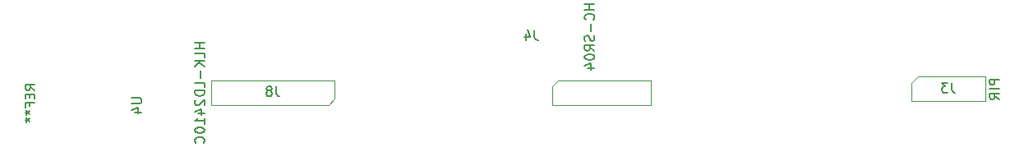
<source format=gbr>
%TF.GenerationSoftware,KiCad,Pcbnew,(7.0.0-0)*%
%TF.CreationDate,2024-05-26T10:43:26+02:00*%
%TF.ProjectId,SwitchFoil,53776974-6368-4466-9f69-6c2e6b696361,rev?*%
%TF.SameCoordinates,Original*%
%TF.FileFunction,AssemblyDrawing,Bot*%
%FSLAX46Y46*%
G04 Gerber Fmt 4.6, Leading zero omitted, Abs format (unit mm)*
G04 Created by KiCad (PCBNEW (7.0.0-0)) date 2024-05-26 10:43:26*
%MOMM*%
%LPD*%
G01*
G04 APERTURE LIST*
%ADD10C,0.150000*%
%ADD11C,0.100000*%
G04 APERTURE END LIST*
D10*
%TO.C,J4*%
X158267380Y-50550570D02*
X157267380Y-50550570D01*
X157743571Y-50550570D02*
X157743571Y-51121998D01*
X158267380Y-51121998D02*
X157267380Y-51121998D01*
X158172142Y-52169617D02*
X158219761Y-52121998D01*
X158219761Y-52121998D02*
X158267380Y-51979141D01*
X158267380Y-51979141D02*
X158267380Y-51883903D01*
X158267380Y-51883903D02*
X158219761Y-51741046D01*
X158219761Y-51741046D02*
X158124523Y-51645808D01*
X158124523Y-51645808D02*
X158029285Y-51598189D01*
X158029285Y-51598189D02*
X157838809Y-51550570D01*
X157838809Y-51550570D02*
X157695952Y-51550570D01*
X157695952Y-51550570D02*
X157505476Y-51598189D01*
X157505476Y-51598189D02*
X157410238Y-51645808D01*
X157410238Y-51645808D02*
X157315000Y-51741046D01*
X157315000Y-51741046D02*
X157267380Y-51883903D01*
X157267380Y-51883903D02*
X157267380Y-51979141D01*
X157267380Y-51979141D02*
X157315000Y-52121998D01*
X157315000Y-52121998D02*
X157362619Y-52169617D01*
X157886428Y-52598189D02*
X157886428Y-53360094D01*
X158219761Y-53788665D02*
X158267380Y-53931522D01*
X158267380Y-53931522D02*
X158267380Y-54169617D01*
X158267380Y-54169617D02*
X158219761Y-54264855D01*
X158219761Y-54264855D02*
X158172142Y-54312474D01*
X158172142Y-54312474D02*
X158076904Y-54360093D01*
X158076904Y-54360093D02*
X157981666Y-54360093D01*
X157981666Y-54360093D02*
X157886428Y-54312474D01*
X157886428Y-54312474D02*
X157838809Y-54264855D01*
X157838809Y-54264855D02*
X157791190Y-54169617D01*
X157791190Y-54169617D02*
X157743571Y-53979141D01*
X157743571Y-53979141D02*
X157695952Y-53883903D01*
X157695952Y-53883903D02*
X157648333Y-53836284D01*
X157648333Y-53836284D02*
X157553095Y-53788665D01*
X157553095Y-53788665D02*
X157457857Y-53788665D01*
X157457857Y-53788665D02*
X157362619Y-53836284D01*
X157362619Y-53836284D02*
X157315000Y-53883903D01*
X157315000Y-53883903D02*
X157267380Y-53979141D01*
X157267380Y-53979141D02*
X157267380Y-54217236D01*
X157267380Y-54217236D02*
X157315000Y-54360093D01*
X158267380Y-55360093D02*
X157791190Y-55026760D01*
X158267380Y-54788665D02*
X157267380Y-54788665D01*
X157267380Y-54788665D02*
X157267380Y-55169617D01*
X157267380Y-55169617D02*
X157315000Y-55264855D01*
X157315000Y-55264855D02*
X157362619Y-55312474D01*
X157362619Y-55312474D02*
X157457857Y-55360093D01*
X157457857Y-55360093D02*
X157600714Y-55360093D01*
X157600714Y-55360093D02*
X157695952Y-55312474D01*
X157695952Y-55312474D02*
X157743571Y-55264855D01*
X157743571Y-55264855D02*
X157791190Y-55169617D01*
X157791190Y-55169617D02*
X157791190Y-54788665D01*
X157267380Y-55979141D02*
X157267380Y-56074379D01*
X157267380Y-56074379D02*
X157315000Y-56169617D01*
X157315000Y-56169617D02*
X157362619Y-56217236D01*
X157362619Y-56217236D02*
X157457857Y-56264855D01*
X157457857Y-56264855D02*
X157648333Y-56312474D01*
X157648333Y-56312474D02*
X157886428Y-56312474D01*
X157886428Y-56312474D02*
X158076904Y-56264855D01*
X158076904Y-56264855D02*
X158172142Y-56217236D01*
X158172142Y-56217236D02*
X158219761Y-56169617D01*
X158219761Y-56169617D02*
X158267380Y-56074379D01*
X158267380Y-56074379D02*
X158267380Y-55979141D01*
X158267380Y-55979141D02*
X158219761Y-55883903D01*
X158219761Y-55883903D02*
X158172142Y-55836284D01*
X158172142Y-55836284D02*
X158076904Y-55788665D01*
X158076904Y-55788665D02*
X157886428Y-55741046D01*
X157886428Y-55741046D02*
X157648333Y-55741046D01*
X157648333Y-55741046D02*
X157457857Y-55788665D01*
X157457857Y-55788665D02*
X157362619Y-55836284D01*
X157362619Y-55836284D02*
X157315000Y-55883903D01*
X157315000Y-55883903D02*
X157267380Y-55979141D01*
X157600714Y-57169617D02*
X158267380Y-57169617D01*
X157219761Y-56931522D02*
X157934047Y-56693427D01*
X157934047Y-56693427D02*
X157934047Y-57312474D01*
X152093333Y-53251283D02*
X152093333Y-53965569D01*
X152093333Y-53965569D02*
X152140952Y-54108426D01*
X152140952Y-54108426D02*
X152236190Y-54203664D01*
X152236190Y-54203664D02*
X152379047Y-54251283D01*
X152379047Y-54251283D02*
X152474285Y-54251283D01*
X151188571Y-53584617D02*
X151188571Y-54251283D01*
X151426666Y-53203664D02*
X151664761Y-53917950D01*
X151664761Y-53917950D02*
X151045714Y-53917950D01*
%TO.C,U4*%
X110617380Y-60238095D02*
X111426904Y-60238095D01*
X111426904Y-60238095D02*
X111522142Y-60285714D01*
X111522142Y-60285714D02*
X111569761Y-60333333D01*
X111569761Y-60333333D02*
X111617380Y-60428571D01*
X111617380Y-60428571D02*
X111617380Y-60619047D01*
X111617380Y-60619047D02*
X111569761Y-60714285D01*
X111569761Y-60714285D02*
X111522142Y-60761904D01*
X111522142Y-60761904D02*
X111426904Y-60809523D01*
X111426904Y-60809523D02*
X110617380Y-60809523D01*
X110950714Y-61714285D02*
X111617380Y-61714285D01*
X110569761Y-61476190D02*
X111284047Y-61238095D01*
X111284047Y-61238095D02*
X111284047Y-61857142D01*
X100617380Y-59416666D02*
X100141190Y-59083333D01*
X100617380Y-58845238D02*
X99617380Y-58845238D01*
X99617380Y-58845238D02*
X99617380Y-59226190D01*
X99617380Y-59226190D02*
X99665000Y-59321428D01*
X99665000Y-59321428D02*
X99712619Y-59369047D01*
X99712619Y-59369047D02*
X99807857Y-59416666D01*
X99807857Y-59416666D02*
X99950714Y-59416666D01*
X99950714Y-59416666D02*
X100045952Y-59369047D01*
X100045952Y-59369047D02*
X100093571Y-59321428D01*
X100093571Y-59321428D02*
X100141190Y-59226190D01*
X100141190Y-59226190D02*
X100141190Y-58845238D01*
X100093571Y-59845238D02*
X100093571Y-60178571D01*
X100617380Y-60321428D02*
X100617380Y-59845238D01*
X100617380Y-59845238D02*
X99617380Y-59845238D01*
X99617380Y-59845238D02*
X99617380Y-60321428D01*
X100093571Y-61083333D02*
X100093571Y-60750000D01*
X100617380Y-60750000D02*
X99617380Y-60750000D01*
X99617380Y-60750000D02*
X99617380Y-61226190D01*
X99617380Y-61750000D02*
X99855476Y-61750000D01*
X99760238Y-61511905D02*
X99855476Y-61750000D01*
X99855476Y-61750000D02*
X99760238Y-61988095D01*
X100045952Y-61607143D02*
X99855476Y-61750000D01*
X99855476Y-61750000D02*
X100045952Y-61892857D01*
X99617380Y-62511905D02*
X99855476Y-62511905D01*
X99760238Y-62273810D02*
X99855476Y-62511905D01*
X99855476Y-62511905D02*
X99760238Y-62750000D01*
X100045952Y-62369048D02*
X99855476Y-62511905D01*
X99855476Y-62511905D02*
X100045952Y-62654762D01*
%TO.C,J8*%
X118100556Y-54574085D02*
X117100556Y-54574085D01*
X117576747Y-54574085D02*
X117576747Y-55145513D01*
X118100556Y-55145513D02*
X117100556Y-55145513D01*
X118100556Y-56097894D02*
X118100556Y-55621704D01*
X118100556Y-55621704D02*
X117100556Y-55621704D01*
X118100556Y-56431228D02*
X117100556Y-56431228D01*
X118100556Y-57002656D02*
X117529128Y-56574085D01*
X117100556Y-57002656D02*
X117671985Y-56431228D01*
X117719604Y-57431228D02*
X117719604Y-58193133D01*
X118100556Y-59145513D02*
X118100556Y-58669323D01*
X118100556Y-58669323D02*
X117100556Y-58669323D01*
X118100556Y-59478847D02*
X117100556Y-59478847D01*
X117100556Y-59478847D02*
X117100556Y-59716942D01*
X117100556Y-59716942D02*
X117148176Y-59859799D01*
X117148176Y-59859799D02*
X117243414Y-59955037D01*
X117243414Y-59955037D02*
X117338652Y-60002656D01*
X117338652Y-60002656D02*
X117529128Y-60050275D01*
X117529128Y-60050275D02*
X117671985Y-60050275D01*
X117671985Y-60050275D02*
X117862461Y-60002656D01*
X117862461Y-60002656D02*
X117957699Y-59955037D01*
X117957699Y-59955037D02*
X118052937Y-59859799D01*
X118052937Y-59859799D02*
X118100556Y-59716942D01*
X118100556Y-59716942D02*
X118100556Y-59478847D01*
X117195795Y-60431228D02*
X117148176Y-60478847D01*
X117148176Y-60478847D02*
X117100556Y-60574085D01*
X117100556Y-60574085D02*
X117100556Y-60812180D01*
X117100556Y-60812180D02*
X117148176Y-60907418D01*
X117148176Y-60907418D02*
X117195795Y-60955037D01*
X117195795Y-60955037D02*
X117291033Y-61002656D01*
X117291033Y-61002656D02*
X117386271Y-61002656D01*
X117386271Y-61002656D02*
X117529128Y-60955037D01*
X117529128Y-60955037D02*
X118100556Y-60383609D01*
X118100556Y-60383609D02*
X118100556Y-61002656D01*
X117433890Y-61859799D02*
X118100556Y-61859799D01*
X117052937Y-61621704D02*
X117767223Y-61383609D01*
X117767223Y-61383609D02*
X117767223Y-62002656D01*
X118100556Y-62907418D02*
X118100556Y-62335990D01*
X118100556Y-62621704D02*
X117100556Y-62621704D01*
X117100556Y-62621704D02*
X117243414Y-62526466D01*
X117243414Y-62526466D02*
X117338652Y-62431228D01*
X117338652Y-62431228D02*
X117386271Y-62335990D01*
X117100556Y-63526466D02*
X117100556Y-63621704D01*
X117100556Y-63621704D02*
X117148176Y-63716942D01*
X117148176Y-63716942D02*
X117195795Y-63764561D01*
X117195795Y-63764561D02*
X117291033Y-63812180D01*
X117291033Y-63812180D02*
X117481509Y-63859799D01*
X117481509Y-63859799D02*
X117719604Y-63859799D01*
X117719604Y-63859799D02*
X117910080Y-63812180D01*
X117910080Y-63812180D02*
X118005318Y-63764561D01*
X118005318Y-63764561D02*
X118052937Y-63716942D01*
X118052937Y-63716942D02*
X118100556Y-63621704D01*
X118100556Y-63621704D02*
X118100556Y-63526466D01*
X118100556Y-63526466D02*
X118052937Y-63431228D01*
X118052937Y-63431228D02*
X118005318Y-63383609D01*
X118005318Y-63383609D02*
X117910080Y-63335990D01*
X117910080Y-63335990D02*
X117719604Y-63288371D01*
X117719604Y-63288371D02*
X117481509Y-63288371D01*
X117481509Y-63288371D02*
X117291033Y-63335990D01*
X117291033Y-63335990D02*
X117195795Y-63383609D01*
X117195795Y-63383609D02*
X117148176Y-63431228D01*
X117148176Y-63431228D02*
X117100556Y-63526466D01*
X118005318Y-64859799D02*
X118052937Y-64812180D01*
X118052937Y-64812180D02*
X118100556Y-64669323D01*
X118100556Y-64669323D02*
X118100556Y-64574085D01*
X118100556Y-64574085D02*
X118052937Y-64431228D01*
X118052937Y-64431228D02*
X117957699Y-64335990D01*
X117957699Y-64335990D02*
X117862461Y-64288371D01*
X117862461Y-64288371D02*
X117671985Y-64240752D01*
X117671985Y-64240752D02*
X117529128Y-64240752D01*
X117529128Y-64240752D02*
X117338652Y-64288371D01*
X117338652Y-64288371D02*
X117243414Y-64335990D01*
X117243414Y-64335990D02*
X117148176Y-64431228D01*
X117148176Y-64431228D02*
X117100556Y-64574085D01*
X117100556Y-64574085D02*
X117100556Y-64669323D01*
X117100556Y-64669323D02*
X117148176Y-64812180D01*
X117148176Y-64812180D02*
X117195795Y-64859799D01*
X125476509Y-59060513D02*
X125476509Y-59774799D01*
X125476509Y-59774799D02*
X125524128Y-59917656D01*
X125524128Y-59917656D02*
X125619366Y-60012894D01*
X125619366Y-60012894D02*
X125762223Y-60060513D01*
X125762223Y-60060513D02*
X125857461Y-60060513D01*
X124857461Y-59489085D02*
X124952699Y-59441466D01*
X124952699Y-59441466D02*
X125000318Y-59393847D01*
X125000318Y-59393847D02*
X125047937Y-59298609D01*
X125047937Y-59298609D02*
X125047937Y-59250990D01*
X125047937Y-59250990D02*
X125000318Y-59155752D01*
X125000318Y-59155752D02*
X124952699Y-59108133D01*
X124952699Y-59108133D02*
X124857461Y-59060513D01*
X124857461Y-59060513D02*
X124666985Y-59060513D01*
X124666985Y-59060513D02*
X124571747Y-59108133D01*
X124571747Y-59108133D02*
X124524128Y-59155752D01*
X124524128Y-59155752D02*
X124476509Y-59250990D01*
X124476509Y-59250990D02*
X124476509Y-59298609D01*
X124476509Y-59298609D02*
X124524128Y-59393847D01*
X124524128Y-59393847D02*
X124571747Y-59441466D01*
X124571747Y-59441466D02*
X124666985Y-59489085D01*
X124666985Y-59489085D02*
X124857461Y-59489085D01*
X124857461Y-59489085D02*
X124952699Y-59536704D01*
X124952699Y-59536704D02*
X125000318Y-59584323D01*
X125000318Y-59584323D02*
X125047937Y-59679561D01*
X125047937Y-59679561D02*
X125047937Y-59870037D01*
X125047937Y-59870037D02*
X125000318Y-59965275D01*
X125000318Y-59965275D02*
X124952699Y-60012894D01*
X124952699Y-60012894D02*
X124857461Y-60060513D01*
X124857461Y-60060513D02*
X124666985Y-60060513D01*
X124666985Y-60060513D02*
X124571747Y-60012894D01*
X124571747Y-60012894D02*
X124524128Y-59965275D01*
X124524128Y-59965275D02*
X124476509Y-59870037D01*
X124476509Y-59870037D02*
X124476509Y-59679561D01*
X124476509Y-59679561D02*
X124524128Y-59584323D01*
X124524128Y-59584323D02*
X124571747Y-59536704D01*
X124571747Y-59536704D02*
X124666985Y-59489085D01*
%TO.C,J3*%
X199972035Y-58315230D02*
X198972035Y-58315230D01*
X198972035Y-58315230D02*
X198972035Y-58696182D01*
X198972035Y-58696182D02*
X199019655Y-58791420D01*
X199019655Y-58791420D02*
X199067274Y-58839039D01*
X199067274Y-58839039D02*
X199162512Y-58886658D01*
X199162512Y-58886658D02*
X199305369Y-58886658D01*
X199305369Y-58886658D02*
X199400607Y-58839039D01*
X199400607Y-58839039D02*
X199448226Y-58791420D01*
X199448226Y-58791420D02*
X199495845Y-58696182D01*
X199495845Y-58696182D02*
X199495845Y-58315230D01*
X199972035Y-59315230D02*
X198972035Y-59315230D01*
X199972035Y-60362848D02*
X199495845Y-60029515D01*
X199972035Y-59791420D02*
X198972035Y-59791420D01*
X198972035Y-59791420D02*
X198972035Y-60172372D01*
X198972035Y-60172372D02*
X199019655Y-60267610D01*
X199019655Y-60267610D02*
X199067274Y-60315229D01*
X199067274Y-60315229D02*
X199162512Y-60362848D01*
X199162512Y-60362848D02*
X199305369Y-60362848D01*
X199305369Y-60362848D02*
X199400607Y-60315229D01*
X199400607Y-60315229D02*
X199448226Y-60267610D01*
X199448226Y-60267610D02*
X199495845Y-60172372D01*
X199495845Y-60172372D02*
X199495845Y-59791420D01*
X195067988Y-58682610D02*
X195067988Y-59396896D01*
X195067988Y-59396896D02*
X195115607Y-59539753D01*
X195115607Y-59539753D02*
X195210845Y-59634991D01*
X195210845Y-59634991D02*
X195353702Y-59682610D01*
X195353702Y-59682610D02*
X195448940Y-59682610D01*
X194687035Y-58682610D02*
X194067988Y-58682610D01*
X194067988Y-58682610D02*
X194401321Y-59063563D01*
X194401321Y-59063563D02*
X194258464Y-59063563D01*
X194258464Y-59063563D02*
X194163226Y-59111182D01*
X194163226Y-59111182D02*
X194115607Y-59158801D01*
X194115607Y-59158801D02*
X194067988Y-59254039D01*
X194067988Y-59254039D02*
X194067988Y-59492134D01*
X194067988Y-59492134D02*
X194115607Y-59587372D01*
X194115607Y-59587372D02*
X194163226Y-59634991D01*
X194163226Y-59634991D02*
X194258464Y-59682610D01*
X194258464Y-59682610D02*
X194544178Y-59682610D01*
X194544178Y-59682610D02*
X194639416Y-59634991D01*
X194639416Y-59634991D02*
X194687035Y-59587372D01*
D11*
%TO.C,J4*%
X164080000Y-58413903D02*
X154555000Y-58413903D01*
X154555000Y-58413903D02*
X153920000Y-59048903D01*
X153920000Y-59048903D02*
X153920000Y-60953903D01*
X164080000Y-60953903D02*
X164080000Y-58413903D01*
X153920000Y-60953903D02*
X164080000Y-60953903D01*
%TO.C,J8*%
X118793176Y-60963133D02*
X130858176Y-60963133D01*
X130858176Y-60963133D02*
X131493176Y-60328133D01*
X131493176Y-60328133D02*
X131493176Y-58423133D01*
X118793176Y-58423133D02*
X118793176Y-60963133D01*
X131493176Y-58423133D02*
X118793176Y-58423133D01*
%TO.C,J3*%
X198544655Y-58045230D02*
X191559655Y-58045230D01*
X191559655Y-58045230D02*
X190924655Y-58680230D01*
X190924655Y-58680230D02*
X190924655Y-60585230D01*
X198544655Y-60585230D02*
X198544655Y-58045230D01*
X190924655Y-60585230D02*
X198544655Y-60585230D01*
%TD*%
M02*

</source>
